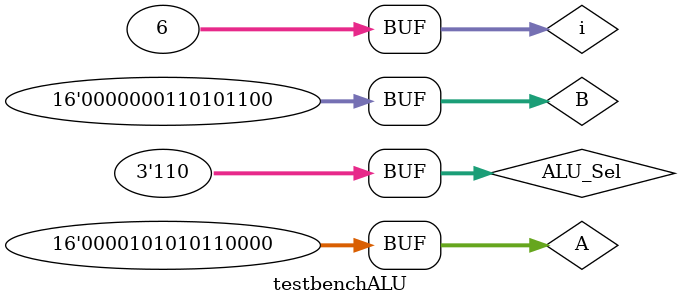
<source format=sv>
`timescale 1ns / 1ps

module testbenchALU;

    //inputs
    reg[15:0] A,B;
    reg[2:0] ALU_Sel;

    //outputs
    wire [15:0] ALU_Out;

    integer i;
    alu test(   A,B,
                ALU_Sel,
                ALU_Out);

    initial begin
        $dumpfile("dumpfile.vcd");
        $dumpvars;

        A = 16'h0AB0;
        B = 16'h01AC;
        ALU_Sel = 3'h0;

        for (i = 0; i < 6; i=i+1) //for 6 times for 5 operations
        
        begin
            ALU_Sel = ALU_Sel +  3'h1;
            #10;
        end
    end
endmodule
</source>
